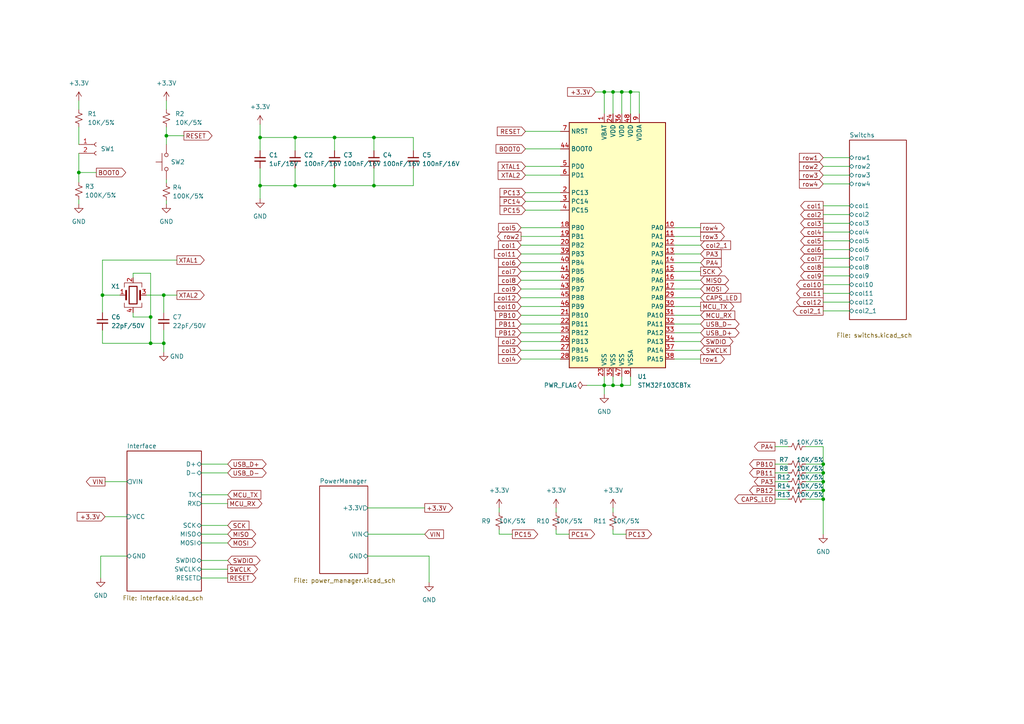
<source format=kicad_sch>
(kicad_sch (version 20230121) (generator eeschema)
  (paper "A4")
  (lib_symbols
    (symbol "Connector:Conn_01x02_Female" (pin_names (offset 1.016) hide)
      (property "Reference" "J" (at 0 2.54 0))
      (property "Value" "Conn_01x02_Female" (at 0 -5.08 0))
      (symbol "Conn_01x02_Female_1_1"
        (arc (start 0 -2.032) (mid -0.5058 -2.54) (end 0 -3.048) (stroke (width 0.1524)))
        (polyline (pts (xy -1.27 -2.54) (xy -0.508 -2.54)) (stroke (width 0.1524)))
        (polyline (pts (xy -1.27 0) (xy -0.508 0)) (stroke (width 0.1524)))
        (arc (start 0 0.508) (mid -0.5058 0) (end 0 -0.508) (stroke (width 0.1524)))
        (pin passive line (at -5.08 0 0) (length 3.81) (name "Pin_1") (number "1"))
        (pin passive line (at -5.08 -2.54 0) (length 3.81) (name "Pin_2") (number "2"))
      )
    )
    (symbol "Device:C_Small" (pin_numbers hide) (pin_names (offset 0.254) hide)
      (property "Reference" "C" (at 0.254 1.778 0))
      (property "Value" "C_Small" (at 0.254 -2.032 0))
      (symbol "C_Small_0_1"
        (polyline (pts (xy -1.524 -0.508) (xy 1.524 -0.508)) (stroke (width 0.3302)))
        (polyline (pts (xy -1.524 0.508) (xy 1.524 0.508)) (stroke (width 0.3048)))
      )
      (symbol "C_Small_1_1"
        (pin passive line (at 0 2.54 270) (length 2.032) (name "~") (number "1"))
        (pin passive line (at 0 -2.54 90) (length 2.032) (name "~") (number "2"))
      )
    )
    (symbol "Device:Crystal_GND24" (pin_names (offset 1.016) hide)
      (property "Reference" "Y" (at 3.175 5.08 0))
      (property "Value" "Crystal_GND24" (at 3.175 3.175 0))
      (symbol "Crystal_GND24_0_1"
        (rectangle (start -1.143 2.54) (end 1.143 -2.54) (stroke (width 0.3048)))
        (polyline (pts (xy -2.54 0) (xy -2.032 0)))
        (polyline (pts (xy -2.032 -1.27) (xy -2.032 1.27)) (stroke (width 0.508)))
        (polyline (pts (xy 0 -3.81) (xy 0 -3.556)))
        (polyline (pts (xy 0 3.556) (xy 0 3.81)))
        (polyline (pts (xy 2.032 -1.27) (xy 2.032 1.27)) (stroke (width 0.508)))
        (polyline (pts (xy 2.032 0) (xy 2.54 0)))
        (polyline (pts (xy -2.54 -2.286) (xy -2.54 -3.556) (xy 2.54 -3.556) (xy 2.54 -2.286)))
        (polyline (pts (xy -2.54 2.286) (xy -2.54 3.556) (xy 2.54 3.556) (xy 2.54 2.286)))
      )
      (symbol "Crystal_GND24_1_1"
        (pin passive line (at -3.81 0 0) (length 1.27) (name "1") (number "1"))
        (pin passive line (at 0 5.08 270) (length 1.27) (name "2") (number "2"))
        (pin passive line (at 3.81 0 180) (length 1.27) (name "3") (number "3"))
        (pin passive line (at 0 -5.08 90) (length 1.27) (name "4") (number "4"))
      )
    )
    (symbol "Device:R_Small_US" (pin_numbers hide) (pin_names (offset 0.254) hide)
      (property "Reference" "R" (at 0.762 0.508 0))
      (property "Value" "R_Small_US" (at 0.762 -1.016 0))
      (symbol "R_Small_US_1_1"
        (polyline (pts (xy 0 0) (xy 1.016 -0.381) (xy 0 -0.762) (xy -1.016 -1.143) (xy 0 -1.524)))
        (polyline (pts (xy 0 1.524) (xy 1.016 1.143) (xy 0 0.762) (xy -1.016 0.381) (xy 0 0)))
        (pin passive line (at 0 2.54 270) (length 1.016) (name "~") (number "1"))
        (pin passive line (at 0 -2.54 90) (length 1.016) (name "~") (number "2"))
      )
    )
    (symbol "MCU_ST_STM32F1:STM32F103CBTx"
      (property "Reference" "U" (at -15.24 36.83 0))
      (property "Value" "STM32F103CBTx" (at 7.62 36.83 0))
      (symbol "STM32F103CBTx_0_1"
        (rectangle (start -15.24 -35.56) (end 12.7 35.56) (stroke (width 0.254)) (fill (type background)))
      )
      (symbol "STM32F103CBTx_1_1"
        (pin power_in line (at -5.08 38.1 270) (length 2.54) (name "VBAT") (number "1"))
        (pin bidirectional line (at 15.24 5.08 180) (length 2.54) (name "PA0") (number "10"))
        (pin bidirectional line (at 15.24 2.54 180) (length 2.54) (name "PA1") (number "11"))
        (pin bidirectional line (at 15.24 0 180) (length 2.54) (name "PA2") (number "12"))
        (pin bidirectional line (at 15.24 -2.54 180) (length 2.54) (name "PA3") (number "13"))
        (pin bidirectional line (at 15.24 -5.08 180) (length 2.54) (name "PA4") (number "14"))
        (pin bidirectional line (at 15.24 -7.62 180) (length 2.54) (name "PA5") (number "15"))
        (pin bidirectional line (at 15.24 -10.16 180) (length 2.54) (name "PA6") (number "16"))
        (pin bidirectional line (at 15.24 -12.7 180) (length 2.54) (name "PA7") (number "17"))
        (pin bidirectional line (at -17.78 5.08 0) (length 2.54) (name "PB0") (number "18"))
        (pin bidirectional line (at -17.78 2.54 0) (length 2.54) (name "PB1") (number "19"))
        (pin bidirectional line (at -17.78 15.24 0) (length 2.54) (name "PC13") (number "2"))
        (pin bidirectional line (at -17.78 0 0) (length 2.54) (name "PB2") (number "20"))
        (pin bidirectional line (at -17.78 -20.32 0) (length 2.54) (name "PB10") (number "21"))
        (pin bidirectional line (at -17.78 -22.86 0) (length 2.54) (name "PB11") (number "22"))
        (pin power_in line (at -5.08 -38.1 90) (length 2.54) (name "VSS") (number "23"))
        (pin power_in line (at -2.54 38.1 270) (length 2.54) (name "VDD") (number "24"))
        (pin bidirectional line (at -17.78 -25.4 0) (length 2.54) (name "PB12") (number "25"))
        (pin bidirectional line (at -17.78 -27.94 0) (length 2.54) (name "PB13") (number "26"))
        (pin bidirectional line (at -17.78 -30.48 0) (length 2.54) (name "PB14") (number "27"))
        (pin bidirectional line (at -17.78 -33.02 0) (length 2.54) (name "PB15") (number "28"))
        (pin bidirectional line (at 15.24 -15.24 180) (length 2.54) (name "PA8") (number "29"))
        (pin bidirectional line (at -17.78 12.7 0) (length 2.54) (name "PC14") (number "3"))
        (pin bidirectional line (at 15.24 -17.78 180) (length 2.54) (name "PA9") (number "30"))
        (pin bidirectional line (at 15.24 -20.32 180) (length 2.54) (name "PA10") (number "31"))
        (pin bidirectional line (at 15.24 -22.86 180) (length 2.54) (name "PA11") (number "32"))
        (pin bidirectional line (at 15.24 -25.4 180) (length 2.54) (name "PA12") (number "33"))
        (pin bidirectional line (at 15.24 -27.94 180) (length 2.54) (name "PA13") (number "34"))
        (pin power_in line (at -2.54 -38.1 90) (length 2.54) (name "VSS") (number "35"))
        (pin power_in line (at 0 38.1 270) (length 2.54) (name "VDD") (number "36"))
        (pin bidirectional line (at 15.24 -30.48 180) (length 2.54) (name "PA14") (number "37"))
        (pin bidirectional line (at 15.24 -33.02 180) (length 2.54) (name "PA15") (number "38"))
        (pin bidirectional line (at -17.78 -2.54 0) (length 2.54) (name "PB3") (number "39"))
        (pin bidirectional line (at -17.78 10.16 0) (length 2.54) (name "PC15") (number "4"))
        (pin bidirectional line (at -17.78 -5.08 0) (length 2.54) (name "PB4") (number "40"))
        (pin bidirectional line (at -17.78 -7.62 0) (length 2.54) (name "PB5") (number "41"))
        (pin bidirectional line (at -17.78 -10.16 0) (length 2.54) (name "PB6") (number "42"))
        (pin bidirectional line (at -17.78 -12.7 0) (length 2.54) (name "PB7") (number "43"))
        (pin input line (at -17.78 27.94 0) (length 2.54) (name "BOOT0") (number "44"))
        (pin bidirectional line (at -17.78 -15.24 0) (length 2.54) (name "PB8") (number "45"))
        (pin bidirectional line (at -17.78 -17.78 0) (length 2.54) (name "PB9") (number "46"))
        (pin power_in line (at 0 -38.1 90) (length 2.54) (name "VSS") (number "47"))
        (pin power_in line (at 2.54 38.1 270) (length 2.54) (name "VDD") (number "48"))
        (pin input line (at -17.78 22.86 0) (length 2.54) (name "PD0") (number "5"))
        (pin input line (at -17.78 20.32 0) (length 2.54) (name "PD1") (number "6"))
        (pin input line (at -17.78 33.02 0) (length 2.54) (name "NRST") (number "7"))
        (pin power_in line (at 2.54 -38.1 90) (length 2.54) (name "VSSA") (number "8"))
        (pin power_in line (at 5.08 38.1 270) (length 2.54) (name "VDDA") (number "9"))
      )
    )
    (symbol "Switch:SW_Push" (pin_numbers hide) (pin_names (offset 1.016) hide)
      (property "Reference" "SW" (at 1.27 2.54 0))
      (property "Value" "SW_Push" (at 0 -1.524 0))
      (symbol "SW_Push_0_1"
        (circle (center -2.032 0) (radius 0.508))
        (polyline (pts (xy 0 1.27) (xy 0 3.048)))
        (polyline (pts (xy 2.54 1.27) (xy -2.54 1.27)))
        (circle (center 2.032 0) (radius 0.508))
        (pin passive line (at -5.08 0 0) (length 2.54) (name "1") (number "1"))
        (pin passive line (at 5.08 0 180) (length 2.54) (name "2") (number "2"))
      )
    )
    (symbol "power:+3.3V" (power) (pin_names (offset 0))
      (property "Value" "+3.3V" (at 0 3.556 0))
      (symbol "+3.3V_0_1"
        (polyline (pts (xy -0.762 1.27) (xy 0 2.54)))
        (polyline (pts (xy 0 0) (xy 0 2.54)))
        (polyline (pts (xy 0 2.54) (xy 0.762 1.27)))
      )
      (symbol "+3.3V_1_1"
        (pin power_in line (at 0 0 90) (length 0) hide (name "+3.3V") (number "1"))
      )
    )
    (symbol "power:GND" (power) (pin_names (offset 0))
      (property "Value" "GND" (at 0 -3.81 0))
      (symbol "GND_0_1"
        (polyline (pts (xy 0 0) (xy 0 -1.27) (xy 1.27 -1.27) (xy 0 -2.54) (xy -1.27 -1.27) (xy 0 -1.27)))
      )
      (symbol "GND_1_1"
        (pin power_in line (at 0 0 270) (length 0) hide (name "GND") (number "1"))
      )
    )
    (symbol "power:PWR_FLAG" (power) (pin_numbers hide) (pin_names (offset 0) hide)
      (property "Value" "PWR_FLAG" (at 0 3.81 0))
      (symbol "PWR_FLAG_0_0"
        (pin power_out line (at 0 0 90) (length 0) (name "pwr") (number "1"))
      )
      (symbol "PWR_FLAG_0_1"
        (polyline (pts (xy 0 0) (xy 0 1.27) (xy -1.016 1.905) (xy 0 2.54) (xy 1.016 1.905) (xy 0 1.27)))
      )
    )
  )
  (junction (at 75.438 53.848))
  (junction (at 97.028 53.848))
  (junction (at 48.26 39.37))
  (junction (at 97.028 39.878))
  (junction (at 238.76 142.24))
  (junction (at 29.718 85.598))
  (junction (at 85.598 39.878))
  (junction (at 177.8 26.67))
  (junction (at 238.76 144.78))
  (junction (at 238.76 134.62))
  (junction (at 85.598 53.848))
  (junction (at 75.438 39.878))
  (junction (at 47.498 99.568))
  (junction (at 43.688 99.568))
  (junction (at 238.76 139.7))
  (junction (at 43.688 91.948))
  (junction (at 180.34 26.67))
  (junction (at 108.458 39.878))
  (junction (at 238.76 137.16))
  (junction (at 180.34 111.76))
  (junction (at 182.88 26.67))
  (junction (at 22.86 50.038))
  (junction (at 175.26 111.76))
  (junction (at 177.8 111.76))
  (junction (at 47.498 85.598))
  (junction (at 175.26 26.67))
  (junction (at 108.458 53.848))
  (wire (pts (xy 58.42 167.64) (xy 66.04 167.64)))
  (wire (pts (xy 144.78 154.94) (xy 148.59 154.94)))
  (wire (pts (xy 85.598 53.848) (xy 75.438 53.848)))
  (wire (pts (xy 224.79 144.78) (xy 228.6 144.78)))
  (wire (pts (xy 42.418 85.598) (xy 47.498 85.598)))
  (wire (pts (xy 151.13 71.12) (xy 162.56 71.12)))
  (wire (pts (xy 108.458 53.848) (xy 97.028 53.848)))
  (wire (pts (xy 85.598 48.768) (xy 85.598 53.848)))
  (wire (pts (xy 29.718 75.438) (xy 29.718 85.598)))
  (wire (pts (xy 238.76 50.8) (xy 246.38 50.8)))
  (wire (pts (xy 144.78 153.67) (xy 144.78 154.94)))
  (wire (pts (xy 85.598 39.878) (xy 97.028 39.878)))
  (wire (pts (xy 161.29 147.32) (xy 161.29 148.59)))
  (wire (pts (xy 224.79 137.16) (xy 228.6 137.16)))
  (wire (pts (xy 177.8 26.67) (xy 177.8 33.02)))
  (wire (pts (xy 233.68 129.54) (xy 238.76 129.54)))
  (wire (pts (xy 177.8 109.22) (xy 177.8 111.76)))
  (wire (pts (xy 224.79 139.7) (xy 228.6 139.7)))
  (wire (pts (xy 151.13 68.58) (xy 162.56 68.58)))
  (wire (pts (xy 58.42 137.16) (xy 66.04 137.16)))
  (wire (pts (xy 182.88 109.22) (xy 182.88 111.76)))
  (wire (pts (xy 151.13 104.14) (xy 162.56 104.14)))
  (wire (pts (xy 238.76 59.69) (xy 246.38 59.69)))
  (wire (pts (xy 151.13 81.28) (xy 162.56 81.28)))
  (wire (pts (xy 22.86 36.83) (xy 22.86 41.91)))
  (wire (pts (xy 152.4 48.26) (xy 162.56 48.26)))
  (wire (pts (xy 58.42 152.4) (xy 66.04 152.4)))
  (wire (pts (xy 195.58 68.58) (xy 203.2 68.58)))
  (wire (pts (xy 233.68 144.78) (xy 238.76 144.78)))
  (wire (pts (xy 195.58 83.82) (xy 203.2 83.82)))
  (wire (pts (xy 224.79 134.62) (xy 228.6 134.62)))
  (wire (pts (xy 175.26 33.02) (xy 175.26 26.67)))
  (wire (pts (xy 233.68 142.24) (xy 238.76 142.24)))
  (wire (pts (xy 195.58 101.6) (xy 203.2 101.6)))
  (wire (pts (xy 58.42 146.05) (xy 66.04 146.05)))
  (wire (pts (xy 238.76 67.31) (xy 246.38 67.31)))
  (wire (pts (xy 58.42 162.56) (xy 66.04 162.56)))
  (wire (pts (xy 119.888 48.768) (xy 119.888 53.848)))
  (wire (pts (xy 224.79 142.24) (xy 228.6 142.24)))
  (wire (pts (xy 238.76 69.85) (xy 246.38 69.85)))
  (wire (pts (xy 238.76 48.26) (xy 246.38 48.26)))
  (wire (pts (xy 151.13 86.36) (xy 162.56 86.36)))
  (wire (pts (xy 238.76 90.17) (xy 246.38 90.17)))
  (wire (pts (xy 195.58 71.12) (xy 203.2 71.12)))
  (wire (pts (xy 238.76 77.47) (xy 246.38 77.47)))
  (wire (pts (xy 38.608 91.948) (xy 43.688 91.948)))
  (wire (pts (xy 151.13 101.6) (xy 162.56 101.6)))
  (wire (pts (xy 177.8 154.94) (xy 181.61 154.94)))
  (wire (pts (xy 75.438 39.878) (xy 85.598 39.878)))
  (wire (pts (xy 48.26 39.37) (xy 53.34 39.37)))
  (wire (pts (xy 177.8 111.76) (xy 180.34 111.76)))
  (wire (pts (xy 238.76 134.62) (xy 238.76 137.16)))
  (wire (pts (xy 36.83 161.29) (xy 29.21 161.29)))
  (wire (pts (xy 224.79 129.54) (xy 228.6 129.54)))
  (wire (pts (xy 97.028 48.768) (xy 97.028 53.848)))
  (wire (pts (xy 195.58 99.06) (xy 203.2 99.06)))
  (wire (pts (xy 238.76 72.39) (xy 246.38 72.39)))
  (wire (pts (xy 161.29 153.67) (xy 161.29 154.94)))
  (wire (pts (xy 195.58 86.36) (xy 203.2 86.36)))
  (wire (pts (xy 152.4 43.18) (xy 162.56 43.18)))
  (wire (pts (xy 238.76 62.23) (xy 246.38 62.23)))
  (wire (pts (xy 151.13 99.06) (xy 162.56 99.06)))
  (wire (pts (xy 238.76 144.78) (xy 238.76 154.94)))
  (wire (pts (xy 161.29 154.94) (xy 165.1 154.94)))
  (wire (pts (xy 151.13 78.74) (xy 162.56 78.74)))
  (wire (pts (xy 75.438 53.848) (xy 75.438 57.658)))
  (wire (pts (xy 58.42 157.48) (xy 66.04 157.48)))
  (wire (pts (xy 195.58 73.66) (xy 203.2 73.66)))
  (wire (pts (xy 151.13 88.9) (xy 162.56 88.9)))
  (wire (pts (xy 195.58 88.9) (xy 203.2 88.9)))
  (wire (pts (xy 97.028 53.848) (xy 85.598 53.848)))
  (wire (pts (xy 106.68 154.94) (xy 123.19 154.94)))
  (wire (pts (xy 22.86 44.45) (xy 22.86 50.038)))
  (wire (pts (xy 108.458 39.878) (xy 119.888 39.878)))
  (wire (pts (xy 152.4 60.96) (xy 162.56 60.96)))
  (wire (pts (xy 195.58 66.04) (xy 203.2 66.04)))
  (wire (pts (xy 152.4 38.1) (xy 162.56 38.1)))
  (wire (pts (xy 238.76 142.24) (xy 238.76 144.78)))
  (wire (pts (xy 38.608 91.948) (xy 38.608 90.678)))
  (wire (pts (xy 185.42 26.67) (xy 185.42 33.02)))
  (wire (pts (xy 238.76 137.16) (xy 238.76 139.7)))
  (wire (pts (xy 58.42 154.94) (xy 66.04 154.94)))
  (wire (pts (xy 108.458 48.768) (xy 108.458 53.848)))
  (wire (pts (xy 238.76 139.7) (xy 238.76 142.24)))
  (wire (pts (xy 106.68 161.29) (xy 124.46 161.29)))
  (wire (pts (xy 29.718 99.568) (xy 43.688 99.568)))
  (wire (pts (xy 195.58 76.2) (xy 203.2 76.2)))
  (wire (pts (xy 152.4 55.88) (xy 162.56 55.88)))
  (wire (pts (xy 172.72 26.67) (xy 175.26 26.67)))
  (wire (pts (xy 48.26 52.07) (xy 48.26 53.086)))
  (wire (pts (xy 182.88 26.67) (xy 182.88 33.02)))
  (wire (pts (xy 48.26 39.37) (xy 48.26 41.91)))
  (wire (pts (xy 124.46 161.29) (xy 124.46 168.91)))
  (wire (pts (xy 29.718 95.758) (xy 29.718 99.568)))
  (wire (pts (xy 151.13 96.52) (xy 162.56 96.52)))
  (wire (pts (xy 152.4 50.8) (xy 162.56 50.8)))
  (wire (pts (xy 47.498 95.758) (xy 47.498 99.568)))
  (wire (pts (xy 195.58 91.44) (xy 203.2 91.44)))
  (wire (pts (xy 144.78 147.32) (xy 144.78 148.59)))
  (wire (pts (xy 195.58 104.14) (xy 203.2 104.14)))
  (wire (pts (xy 151.13 83.82) (xy 162.56 83.82)))
  (wire (pts (xy 22.86 50.038) (xy 22.86 52.832)))
  (wire (pts (xy 22.86 29.21) (xy 22.86 31.75)))
  (wire (pts (xy 75.438 39.878) (xy 75.438 43.688)))
  (wire (pts (xy 119.888 53.848) (xy 108.458 53.848)))
  (wire (pts (xy 152.4 58.42) (xy 162.56 58.42)))
  (wire (pts (xy 48.26 29.21) (xy 48.26 31.75)))
  (wire (pts (xy 75.438 36.068) (xy 75.438 39.878)))
  (wire (pts (xy 177.8 147.32) (xy 177.8 148.59)))
  (wire (pts (xy 151.13 73.66) (xy 162.56 73.66)))
  (wire (pts (xy 195.58 93.98) (xy 203.2 93.98)))
  (wire (pts (xy 97.028 39.878) (xy 97.028 43.688)))
  (wire (pts (xy 58.42 134.62) (xy 66.04 134.62)))
  (wire (pts (xy 51.308 75.438) (xy 29.718 75.438)))
  (wire (pts (xy 30.48 139.7) (xy 36.83 139.7)))
  (wire (pts (xy 47.498 85.598) (xy 47.498 90.678)))
  (wire (pts (xy 151.13 91.44) (xy 162.56 91.44)))
  (wire (pts (xy 22.86 57.912) (xy 22.86 59.182)))
  (wire (pts (xy 238.76 82.55) (xy 246.38 82.55)))
  (wire (pts (xy 175.26 26.67) (xy 177.8 26.67)))
  (wire (pts (xy 170.18 111.76) (xy 175.26 111.76)))
  (wire (pts (xy 85.598 39.878) (xy 85.598 43.688)))
  (wire (pts (xy 106.68 147.32) (xy 123.19 147.32)))
  (wire (pts (xy 175.26 111.76) (xy 175.26 114.3)))
  (wire (pts (xy 195.58 81.28) (xy 203.2 81.28)))
  (wire (pts (xy 238.76 53.34) (xy 246.38 53.34)))
  (wire (pts (xy 175.26 109.22) (xy 175.26 111.76)))
  (wire (pts (xy 238.76 74.93) (xy 246.38 74.93)))
  (wire (pts (xy 75.438 48.768) (xy 75.438 53.848)))
  (wire (pts (xy 238.76 85.09) (xy 246.38 85.09)))
  (wire (pts (xy 238.76 45.72) (xy 246.38 45.72)))
  (wire (pts (xy 195.58 96.52) (xy 203.2 96.52)))
  (wire (pts (xy 238.76 129.54) (xy 238.76 134.62)))
  (wire (pts (xy 151.13 76.2) (xy 162.56 76.2)))
  (wire (pts (xy 43.688 99.568) (xy 47.498 99.568)))
  (wire (pts (xy 43.688 91.948) (xy 43.688 99.568)))
  (wire (pts (xy 119.888 39.878) (xy 119.888 43.688)))
  (wire (pts (xy 30.48 149.86) (xy 36.83 149.86)))
  (wire (pts (xy 182.88 26.67) (xy 185.42 26.67)))
  (wire (pts (xy 180.34 26.67) (xy 182.88 26.67)))
  (wire (pts (xy 97.028 39.878) (xy 108.458 39.878)))
  (wire (pts (xy 238.76 64.77) (xy 246.38 64.77)))
  (wire (pts (xy 38.608 79.248) (xy 43.688 79.248)))
  (wire (pts (xy 238.76 87.63) (xy 246.38 87.63)))
  (wire (pts (xy 47.498 99.568) (xy 47.498 102.108)))
  (wire (pts (xy 151.13 93.98) (xy 162.56 93.98)))
  (wire (pts (xy 180.34 109.22) (xy 180.34 111.76)))
  (wire (pts (xy 238.76 80.01) (xy 246.38 80.01)))
  (wire (pts (xy 48.26 36.83) (xy 48.26 39.37)))
  (wire (pts (xy 180.34 26.67) (xy 180.34 33.02)))
  (wire (pts (xy 58.42 165.1) (xy 66.04 165.1)))
  (wire (pts (xy 195.58 78.74) (xy 203.2 78.74)))
  (wire (pts (xy 29.21 161.29) (xy 29.21 167.64)))
  (wire (pts (xy 177.8 26.67) (xy 180.34 26.67)))
  (wire (pts (xy 233.68 137.16) (xy 238.76 137.16)))
  (wire (pts (xy 233.68 134.62) (xy 238.76 134.62)))
  (wire (pts (xy 58.42 143.51) (xy 66.04 143.51)))
  (wire (pts (xy 48.26 58.166) (xy 48.26 59.182)))
  (wire (pts (xy 151.13 66.04) (xy 162.56 66.04)))
  (wire (pts (xy 47.498 85.598) (xy 51.308 85.598)))
  (wire (pts (xy 177.8 153.67) (xy 177.8 154.94)))
  (wire (pts (xy 22.86 50.038) (xy 27.94 50.038)))
  (wire (pts (xy 177.8 111.76) (xy 175.26 111.76)))
  (wire (pts (xy 108.458 39.878) (xy 108.458 43.688)))
  (wire (pts (xy 38.608 80.518) (xy 38.608 79.248)))
  (wire (pts (xy 43.688 79.248) (xy 43.688 91.948)))
  (wire (pts (xy 34.798 85.598) (xy 29.718 85.598)))
  (wire (pts (xy 233.68 139.7) (xy 238.76 139.7)))
  (wire (pts (xy 180.34 111.76) (xy 182.88 111.76)))
  (wire (pts (xy 29.718 85.598) (xy 29.718 90.678)))
  (global_label "PB12" (shape input) (at 151.13 96.52 180) (property "Intersheetrefs" "${INTERSHEET_REFS}" (effects hide)) (property "插入圖紙頁參考" "${INTERSHEET_REFS}" (effects hide)))
  (global_label "col6" (shape output) (at 238.76 72.39 180) (property "Intersheetrefs" "${INTERSHEET_REFS}" (effects hide)) (property "插入圖紙頁參考" "${INTERSHEET_REFS}" (effects hide)))
  (global_label "col3" (shape input) (at 151.13 101.6 180) (property "Intersheetrefs" "${INTERSHEET_REFS}" (effects hide)) (property "插入圖紙頁參考" "${INTERSHEET_REFS}" (effects hide)))
  (global_label "col9" (shape input) (at 151.13 83.82 180) (property "Intersheetrefs" "${INTERSHEET_REFS}" (effects hide)) (property "插入圖紙頁參考" "${INTERSHEET_REFS}" (effects hide)))
  (global_label "col4" (shape input) (at 151.13 104.14 180) (property "Intersheetrefs" "${INTERSHEET_REFS}" (effects hide)) (property "插入圖紙頁參考" "${INTERSHEET_REFS}" (effects hide)))
  (global_label "col8" (shape input) (at 151.13 81.28 180) (property "Intersheetrefs" "${INTERSHEET_REFS}" (effects hide)) (property "插入圖紙頁參考" "${INTERSHEET_REFS}" (effects hide)))
  (global_label "col2_1" (shape output) (at 238.76 90.17 180) (property "Intersheetrefs" "${INTERSHEET_REFS}" (effects hide)) (property "插入圖紙頁參考" "${INTERSHEET_REFS}" (effects hide)))
  (global_label "RESET" (shape input) (at 152.4 38.1 180) (property "Intersheetrefs" "${INTERSHEET_REFS}" (effects hide)) (property "插入圖紙頁參考" "${INTERSHEET_REFS}" (effects hide)))
  (global_label "col1" (shape input) (at 151.13 71.12 180) (property "Intersheetrefs" "${INTERSHEET_REFS}" (effects hide)) (property "插入圖紙頁參考" "${INTERSHEET_REFS}" (effects hide)))
  (global_label "row3" (shape output) (at 203.2 68.58 0) (property "Intersheetrefs" "${INTERSHEET_REFS}" (effects hide)) (property "插入圖紙頁參考" "${INTERSHEET_REFS}" (effects hide)))
  (global_label "col9" (shape output) (at 238.76 80.01 180) (property "Intersheetrefs" "${INTERSHEET_REFS}" (effects hide)) (property "插入圖紙頁參考" "${INTERSHEET_REFS}" (effects hide)))
  (global_label "USB_D-" (shape bidirectional) (at 66.04 137.16 0) (property "Intersheetrefs" "${INTERSHEET_REFS}" (effects hide)) (property "插入圖紙頁參考" "${INTERSHEET_REFS}" (effects hide)))
  (global_label "col2" (shape input) (at 151.13 99.06 180) (property "Intersheetrefs" "${INTERSHEET_REFS}" (effects hide)) (property "插入圖紙頁參考" "${INTERSHEET_REFS}" (effects hide)))
  (global_label "+3.3V" (shape input) (at 172.72 26.67 180) (property "Intersheetrefs" "${INTERSHEET_REFS}" (effects hide)) (property "插入圖紙頁參考" "${INTERSHEET_REFS}" (effects hide)))
  (global_label "+3.3V" (shape input) (at 30.48 149.86 180) (property "Intersheetrefs" "${INTERSHEET_REFS}" (effects hide)) (property "插入圖紙頁參考" "${INTERSHEET_REFS}" (effects hide)))
  (global_label "PB11" (shape input) (at 151.13 93.98 180) (property "Intersheetrefs" "${INTERSHEET_REFS}" (effects hide)) (property "插入圖紙頁參考" "${INTERSHEET_REFS}" (effects hide)))
  (global_label "XTAL1" (shape output) (at 51.308 75.438 0) (property "Intersheetrefs" "${INTERSHEET_REFS}" (effects hide)) (property "插入圖紙頁參考" "${INTERSHEET_REFS}" (effects hide)))
  (global_label "col12" (shape input) (at 151.13 86.36 180) (property "Intersheetrefs" "${INTERSHEET_REFS}" (effects hide)) (property "插入圖紙頁參考" "${INTERSHEET_REFS}" (effects hide)))
  (global_label "CAPS_LED" (shape output) (at 224.79 144.78 180) (property "Intersheetrefs" "${INTERSHEET_REFS}" (effects hide)) (property "插入圖紙頁參考" "${INTERSHEET_REFS}" (effects hide)))
  (global_label "row2" (shape input) (at 238.76 48.26 180) (property "Intersheetrefs" "${INTERSHEET_REFS}" (effects hide)) (property "插入圖紙頁參考" "${INTERSHEET_REFS}" (effects hide)))
  (global_label "XTAL2" (shape input) (at 152.4 50.8 180) (property "Intersheetrefs" "${INTERSHEET_REFS}" (effects hide)) (property "插入圖紙頁參考" "${INTERSHEET_REFS}" (effects hide)))
  (global_label "MCU_RX" (shape input) (at 203.2 91.44 0) (property "Intersheetrefs" "${INTERSHEET_REFS}" (effects hide)) (property "插入圖紙頁參考" "${INTERSHEET_REFS}" (effects hide)))
  (global_label "PC15" (shape input) (at 152.4 60.96 180) (property "Intersheetrefs" "${INTERSHEET_REFS}" (effects hide)) (property "插入圖紙頁參考" "${INTERSHEET_REFS}" (effects hide)))
  (global_label "SCK" (shape input) (at 66.04 152.4 0) (property "Intersheetrefs" "${INTERSHEET_REFS}" (effects hide)) (property "插入圖紙頁參考" "${INTERSHEET_REFS}" (effects hide)))
  (global_label "col2" (shape output) (at 238.76 62.23 180) (property "Intersheetrefs" "${INTERSHEET_REFS}" (effects hide)) (property "插入圖紙頁參考" "${INTERSHEET_REFS}" (effects hide)))
  (global_label "PB10" (shape input) (at 151.13 91.44 180) (property "Intersheetrefs" "${INTERSHEET_REFS}" (effects hide)) (property "插入圖紙頁參考" "${INTERSHEET_REFS}" (effects hide)))
  (global_label "USB_D+" (shape bidirectional) (at 203.2 96.52 0) (property "Intersheetrefs" "${INTERSHEET_REFS}" (effects hide)) (property "插入圖紙頁參考" "${INTERSHEET_REFS}" (effects hide)))
  (global_label "CAPS_LED" (shape input) (at 203.2 86.36 0) (property "Intersheetrefs" "${INTERSHEET_REFS}" (effects hide)) (property "插入圖紙頁參考" "${INTERSHEET_REFS}" (effects hide)))
  (global_label "RESET" (shape output) (at 66.04 167.64 0) (property "Intersheetrefs" "${INTERSHEET_REFS}" (effects hide)) (property "插入圖紙頁參考" "${INTERSHEET_REFS}" (effects hide)))
  (global_label "PA4" (shape output) (at 224.79 129.54 180) (property "Intersheetrefs" "${INTERSHEET_REFS}" (effects hide)) (property "插入圖紙頁參考" "${INTERSHEET_REFS}" (effects hide)))
  (global_label "MISO" (shape bidirectional) (at 203.2 81.28 0) (property "Intersheetrefs" "${INTERSHEET_REFS}" (effects hide)) (property "插入圖紙頁參考" "${INTERSHEET_REFS}" (effects hide)))
  (global_label "col7" (shape output) (at 238.76 74.93 180) (property "Intersheetrefs" "${INTERSHEET_REFS}" (effects hide)) (property "插入圖紙頁參考" "${INTERSHEET_REFS}" (effects hide)))
  (global_label "BOOT0" (shape input) (at 152.4 43.18 180) (property "Intersheetrefs" "${INTERSHEET_REFS}" (effects hide)) (property "插入圖紙頁參考" "${INTERSHEET_REFS}" (effects hide)))
  (global_label "col11" (shape input) (at 151.13 73.66 180) (property "Intersheetrefs" "${INTERSHEET_REFS}" (effects hide)) (property "插入圖紙頁參考" "${INTERSHEET_REFS}" (effects hide)))
  (global_label "USB_D-" (shape bidirectional) (at 203.2 93.98 0) (property "Intersheetrefs" "${INTERSHEET_REFS}" (effects hide)) (property "插入圖紙頁參考" "${INTERSHEET_REFS}" (effects hide)))
  (global_label "row4" (shape output) (at 203.2 66.04 0) (property "Intersheetrefs" "${INTERSHEET_REFS}" (effects hide)) (property "插入圖紙頁參考" "${INTERSHEET_REFS}" (effects hide)))
  (global_label "col11" (shape output) (at 238.76 85.09 180) (property "Intersheetrefs" "${INTERSHEET_REFS}" (effects hide)) (property "插入圖紙頁參考" "${INTERSHEET_REFS}" (effects hide)))
  (global_label "row4" (shape input) (at 238.76 53.34 180) (property "Intersheetrefs" "${INTERSHEET_REFS}" (effects hide)) (property "插入圖紙頁參考" "${INTERSHEET_REFS}" (effects hide)))
  (global_label "PC14" (shape input) (at 152.4 58.42 180) (property "Intersheetrefs" "${INTERSHEET_REFS}" (effects hide)) (property "插入圖紙頁參考" "${INTERSHEET_REFS}" (effects hide)))
  (global_label "PA3" (shape input) (at 203.2 73.66 0) (property "Intersheetrefs" "${INTERSHEET_REFS}" (effects hide)) (property "插入圖紙頁參考" "${INTERSHEET_REFS}" (effects hide)))
  (global_label "col5" (shape input) (at 151.13 66.04 180) (property "Intersheetrefs" "${INTERSHEET_REFS}" (effects hide)) (property "插入圖紙頁參考" "${INTERSHEET_REFS}" (effects hide)))
  (global_label "SWCLK" (shape output) (at 66.04 165.1 0) (property "Intersheetrefs" "${INTERSHEET_REFS}" (effects hide)) (property "插入圖紙頁參考" "${INTERSHEET_REFS}" (effects hide)))
  (global_label "col6" (shape input) (at 151.13 76.2 180) (property "Intersheetrefs" "${INTERSHEET_REFS}" (effects hide)) (property "插入圖紙頁參考" "${INTERSHEET_REFS}" (effects hide)))
  (global_label "row1" (shape output) (at 203.2 104.14 0) (property "Intersheetrefs" "${INTERSHEET_REFS}" (effects hide)) (property "插入圖紙頁參考" "${INTERSHEET_REFS}" (effects hide)))
  (global_label "RESET" (shape output) (at 53.34 39.37 0) (property "Intersheetrefs" "${INTERSHEET_REFS}" (effects hide)) (property "插入圖紙頁參考" "${INTERSHEET_REFS}" (effects hide)))
  (global_label "MISO" (shape bidirectional) (at 66.04 154.94 0) (property "Intersheetrefs" "${INTERSHEET_REFS}" (effects hide)) (property "插入圖紙頁參考" "${INTERSHEET_REFS}" (effects hide)))
  (global_label "col10" (shape input) (at 151.13 88.9 180) (property "Intersheetrefs" "${INTERSHEET_REFS}" (effects hide)) (property "插入圖紙頁參考" "${INTERSHEET_REFS}" (effects hide)))
  (global_label "PB11" (shape output) (at 224.79 137.16 180) (property "Intersheetrefs" "${INTERSHEET_REFS}" (effects hide)) (property "插入圖紙頁參考" "${INTERSHEET_REFS}" (effects hide)))
  (global_label "BOOT0" (shape output) (at 27.94 50.038 0) (property "Intersheetrefs" "${INTERSHEET_REFS}" (effects hide)) (property "插入圖紙頁參考" "${INTERSHEET_REFS}" (effects hide)))
  (global_label "col7" (shape input) (at 151.13 78.74 180) (property "Intersheetrefs" "${INTERSHEET_REFS}" (effects hide)) (property "插入圖紙頁參考" "${INTERSHEET_REFS}" (effects hide)))
  (global_label "col3" (shape output) (at 238.76 64.77 180) (property "Intersheetrefs" "${INTERSHEET_REFS}" (effects hide)) (property "插入圖紙頁參考" "${INTERSHEET_REFS}" (effects hide)))
  (global_label "row1" (shape input) (at 238.76 45.72 180) (property "Intersheetrefs" "${INTERSHEET_REFS}" (effects hide)) (property "插入圖紙頁參考" "${INTERSHEET_REFS}" (effects hide)))
  (global_label "SWDIO" (shape bidirectional) (at 66.04 162.56 0) (property "Intersheetrefs" "${INTERSHEET_REFS}" (effects hide)) (property "插入圖紙頁參考" "${INTERSHEET_REFS}" (effects hide)))
  (global_label "col4" (shape output) (at 238.76 67.31 180) (property "Intersheetrefs" "${INTERSHEET_REFS}" (effects hide)) (property "插入圖紙頁參考" "${INTERSHEET_REFS}" (effects hide)))
  (global_label "col12" (shape output) (at 238.76 87.63 180) (property "Intersheetrefs" "${INTERSHEET_REFS}" (effects hide)) (property "插入圖紙頁參考" "${INTERSHEET_REFS}" (effects hide)))
  (global_label "PB12" (shape output) (at 224.79 142.24 180) (property "Intersheetrefs" "${INTERSHEET_REFS}" (effects hide)) (property "插入圖紙頁參考" "${INTERSHEET_REFS}" (effects hide)))
  (global_label "col5" (shape output) (at 238.76 69.85 180) (property "Intersheetrefs" "${INTERSHEET_REFS}" (effects hide)) (property "插入圖紙頁參考" "${INTERSHEET_REFS}" (effects hide)))
  (global_label "PC15" (shape output) (at 148.59 154.94 0) (property "Intersheetrefs" "${INTERSHEET_REFS}" (effects hide)) (property "插入圖紙頁參考" "${INTERSHEET_REFS}" (effects hide)))
  (global_label "PA3" (shape output) (at 224.79 139.7 180) (property "Intersheetrefs" "${INTERSHEET_REFS}" (effects hide)) (property "插入圖紙頁參考" "${INTERSHEET_REFS}" (effects hide)))
  (global_label "XTAL2" (shape output) (at 51.308 85.598 0) (property "Intersheetrefs" "${INTERSHEET_REFS}" (effects hide)) (property "插入圖紙頁參考" "${INTERSHEET_REFS}" (effects hide)))
  (global_label "col1" (shape output) (at 238.76 59.69 180) (property "Intersheetrefs" "${INTERSHEET_REFS}" (effects hide)) (property "插入圖紙頁參考" "${INTERSHEET_REFS}" (effects hide)))
  (global_label "PA4" (shape input) (at 203.2 76.2 0) (property "Intersheetrefs" "${INTERSHEET_REFS}" (effects hide)) (property "插入圖紙頁參考" "${INTERSHEET_REFS}" (effects hide)))
  (global_label "PC14" (shape output) (at 165.1 154.94 0) (property "Intersheetrefs" "${INTERSHEET_REFS}" (effects hide)) (property "插入圖紙頁參考" "${INTERSHEET_REFS}" (effects hide)))
  (global_label "SWCLK" (shape input) (at 203.2 101.6 0) (property "Intersheetrefs" "${INTERSHEET_REFS}" (effects hide)) (property "插入圖紙頁參考" "${INTERSHEET_REFS}" (effects hide)))
  (global_label "col10" (shape output) (at 238.76 82.55 180) (property "Intersheetrefs" "${INTERSHEET_REFS}" (effects hide)) (property "插入圖紙頁參考" "${INTERSHEET_REFS}" (effects hide)))
  (global_label "row2" (shape output) (at 151.13 68.58 180) (property "Intersheetrefs" "${INTERSHEET_REFS}" (effects hide)) (property "插入圖紙頁參考" "${INTERSHEET_REFS}" (effects hide)))
  (global_label "MOSI" (shape bidirectional) (at 66.04 157.48 0) (property "Intersheetrefs" "${INTERSHEET_REFS}" (effects hide)) (property "插入圖紙頁參考" "${INTERSHEET_REFS}" (effects hide)))
  (global_label "SWDIO" (shape bidirectional) (at 203.2 99.06 0) (property "Intersheetrefs" "${INTERSHEET_REFS}" (effects hide)) (property "插入圖紙頁參考" "${INTERSHEET_REFS}" (effects hide)))
  (global_label "XTAL1" (shape input) (at 152.4 48.26 180) (property "Intersheetrefs" "${INTERSHEET_REFS}" (effects hide)) (property "插入圖紙頁參考" "${INTERSHEET_REFS}" (effects hide)))
  (global_label "MCU_TX" (shape input) (at 66.04 143.51 0) (property "Intersheetrefs" "${INTERSHEET_REFS}" (effects hide)) (property "插入圖紙頁參考" "${INTERSHEET_REFS}" (effects hide)))
  (global_label "MCU_RX" (shape output) (at 66.04 146.05 0) (property "Intersheetrefs" "${INTERSHEET_REFS}" (effects hide)) (property "插入圖紙頁參考" "${INTERSHEET_REFS}" (effects hide)))
  (global_label "SCK" (shape output) (at 203.2 78.74 0) (property "Intersheetrefs" "${INTERSHEET_REFS}" (effects hide)) (property "插入圖紙頁參考" "${INTERSHEET_REFS}" (effects hide)))
  (global_label "MCU_TX" (shape output) (at 203.2 88.9 0) (property "Intersheetrefs" "${INTERSHEET_REFS}" (effects hide)) (property "插入圖紙頁參考" "${INTERSHEET_REFS}" (effects hide)))
  (global_label "col2_1" (shape input) (at 203.2 71.12 0) (property "Intersheetrefs" "${INTERSHEET_REFS}" (effects hide)) (property "插入圖紙頁參考" "${INTERSHEET_REFS}" (effects hide)))
  (global_label "USB_D+" (shape bidirectional) (at 66.04 134.62 0) (property "Intersheetrefs" "${INTERSHEET_REFS}" (effects hide)) (property "插入圖紙頁參考" "${INTERSHEET_REFS}" (effects hide)))
  (global_label "PB10" (shape output) (at 224.79 134.62 180) (property "Intersheetrefs" "${INTERSHEET_REFS}" (effects hide)) (property "插入圖紙頁參考" "${INTERSHEET_REFS}" (effects hide)))
  (global_label "MOSI" (shape bidirectional) (at 203.2 83.82 0) (property "Intersheetrefs" "${INTERSHEET_REFS}" (effects hide)) (property "插入圖紙頁參考" "${INTERSHEET_REFS}" (effects hide)))
  (global_label "+3.3V" (shape output) (at 123.19 147.32 0) (property "Intersheetrefs" "${INTERSHEET_REFS}" (effects hide)) (property "插入圖紙頁參考" "${INTERSHEET_REFS}" (effects hide)))
  (global_label "PC13" (shape input) (at 152.4 55.88 180) (property "Intersheetrefs" "${INTERSHEET_REFS}" (effects hide)) (property "插入圖紙頁參考" "${INTERSHEET_REFS}" (effects hide)))
  (global_label "VIN" (shape input) (at 123.19 154.94 0) (property "Intersheetrefs" "${INTERSHEET_REFS}" (effects hide)) (property "插入圖紙頁參考" "${INTERSHEET_REFS}" (effects hide)))
  (global_label "VIN" (shape output) (at 30.48 139.7 180) (property "Intersheetrefs" "${INTERSHEET_REFS}" (effects hide)) (property "插入圖紙頁參考" "${INTERSHEET_REFS}" (effects hide)))
  (global_label "row3" (shape input) (at 238.76 50.8 180) (property "Intersheetrefs" "${INTERSHEET_REFS}" (effects hide)) (property "插入圖紙頁參考" "${INTERSHEET_REFS}" (effects hide)))
  (global_label "col8" (shape output) (at 238.76 77.47 180) (property "Intersheetrefs" "${INTERSHEET_REFS}" (effects hide)) (property "插入圖紙頁參考" "${INTERSHEET_REFS}" (effects hide)))
  (global_label "PC13" (shape output) (at 181.61 154.94 0) (property "Intersheetrefs" "${INTERSHEET_REFS}" (effects hide)) (property "插入圖紙頁參考" "${INTERSHEET_REFS}" (effects hide)))
  (symbol (lib_id "Device:R_Small_US") (at 48.26 55.626 0) (unit 1)
    (property "Reference" "R4" (at 50.038 54.3559 0) (effects (justify left)))
    (property "Value" "100K/5%" (at 50.038 56.8959 0) (effects (justify left)))
    (property "Footprint" "Resistor_SMD:R_0603_1608Metric" (effects hide))
  )
  (symbol (lib_id "Device:C_Small") (at 97.028 46.228 0) (unit 1)
    (property "Reference" "C3" (at 99.568 44.9642 0) (effects (justify left)))
    (property "Value" "100nF/16V" (at 99.568 47.5042 0) (effects (justify left)))
    (property "Footprint" "Capacitor_SMD:C_0603_1608Metric" (effects hide))
  )
  (symbol (lib_id "Device:R_Small_US") (at 231.14 134.62 270) (unit 1)
    (property "Reference" "R7" (at 227.33 133.35 90))
    (property "Value" "10K/5%" (at 234.95 133.35 90))
    (property "Footprint" "Resistor_SMD:R_0603_1608Metric" (effects hide))
  )
  (symbol (lib_id "Device:C_Small") (at 29.718 93.218 0) (unit 1)
    (property "Reference" "C6" (at 32.258 91.9542 0) (effects (justify left)))
    (property "Value" "22pF/50V" (at 32.258 94.4942 0) (effects (justify left)))
    (property "Footprint" "Capacitor_SMD:C_0603_1608Metric" (effects hide))
  )
  (symbol (lib_id "power:GND") (at 124.46 168.91 0) (unit 1)
    (property "Reference" "#PWR015" (effects hide))
    (property "Value" "GND" (at 124.46 173.99 0))
  )
  (symbol (lib_id "Device:R_Small_US") (at 231.14 129.54 270) (unit 1)
    (property "Reference" "R5" (at 227.33 128.27 90))
    (property "Value" "10K/5%" (at 234.95 128.27 90))
    (property "Footprint" "Resistor_SMD:R_0603_1608Metric" (effects hide))
  )
  (symbol (lib_id "Device:R_Small_US") (at 231.14 142.24 270) (unit 1)
    (property "Reference" "R14" (at 227.33 140.97 90))
    (property "Value" "10K/5%" (at 234.95 140.97 90))
    (property "Footprint" "Resistor_SMD:R_0603_1608Metric" (effects hide))
  )
  (symbol (lib_id "Device:R_Small_US") (at 144.78 151.13 0) (unit 1)
    (property "Reference" "R9" (at 140.97 151.13 0))
    (property "Value" "10K/5%" (at 148.59 151.13 0))
    (property "Footprint" "Resistor_SMD:R_0603_1608Metric" (effects hide))
  )
  (symbol (lib_id "power:+3.3V") (at 22.86 29.21 0) (unit 1)
    (property "Reference" "#PWR01" (effects hide))
    (property "Value" "+3.3V" (at 22.86 24.13 0))
  )
  (symbol (lib_id "power:+3.3V") (at 161.29 147.32 0) (unit 1)
    (property "Reference" "#PWR011" (effects hide))
    (property "Value" "+3.3V" (at 161.29 142.24 0))
  )
  (symbol (lib_id "Device:C_Small") (at 85.598 46.228 0) (unit 1)
    (property "Reference" "C2" (at 88.138 44.9642 0) (effects (justify left)))
    (property "Value" "100nF/16V" (at 88.138 47.5042 0) (effects (justify left)))
    (property "Footprint" "Capacitor_SMD:C_0603_1608Metric" (effects hide))
  )
  (symbol (lib_id "power:+3.3V") (at 177.8 147.32 0) (unit 1)
    (property "Reference" "#PWR012" (effects hide))
    (property "Value" "+3.3V" (at 177.8 142.24 0))
  )
  (symbol (lib_id "Device:R_Small_US") (at 22.86 55.372 0) (unit 1)
    (property "Reference" "R3" (at 24.638 54.1019 0) (effects (justify left)))
    (property "Value" "100K/5%" (at 24.638 56.6419 0) (effects (justify left)))
    (property "Footprint" "Resistor_SMD:R_0603_1608Metric" (effects hide))
  )
  (symbol (lib_id "Device:R_Small_US") (at 231.14 144.78 270) (unit 1)
    (property "Reference" "R13" (at 227.33 143.51 90))
    (property "Value" "10K/5%" (at 234.95 143.51 90))
    (property "Footprint" "Resistor_SMD:R_0603_1608Metric" (effects hide))
  )
  (symbol (lib_id "power:GND") (at 47.498 102.108 0) (unit 1)
    (property "Reference" "#PWR07" (effects hide))
    (property "Value" "GND" (at 51.308 103.378 0))
  )
  (symbol (lib_id "Device:R_Small_US") (at 177.8 151.13 0) (unit 1)
    (property "Reference" "R11" (at 173.99 151.13 0))
    (property "Value" "10K/5%" (at 181.61 151.13 0))
    (property "Footprint" "Resistor_SMD:R_0603_1608Metric" (effects hide))
  )
  (symbol (lib_id "power:GND") (at 175.26 114.3 0) (unit 1)
    (property "Reference" "#PWR08" (effects hide))
    (property "Value" "GND" (at 175.26 119.38 0))
  )
  (symbol (lib_id "power:GND") (at 22.86 59.182 0) (unit 1)
    (property "Reference" "#PWR05" (effects hide))
    (property "Value" "GND" (at 22.86 64.262 0))
  )
  (symbol (lib_id "MCU_ST_STM32F1:STM32F103CBTx") (at 180.34 71.12 0) (unit 1)
    (property "Reference" "U1" (at 184.8994 109.22 0) (effects (justify left)))
    (property "Value" "STM32F103CBTx" (at 184.8994 111.76 0) (effects (justify left)))
    (property "Footprint" "Package_QFP:LQFP-48_7x7mm_P0.5mm" (effects hide))
    (property "Datasheet" "http://www.st.com/st-web-ui/static/active/en/resource/technical/document/datasheet/CD00161566.pdf" (effects hide))
  )
  (symbol (lib_id "Device:R_Small_US") (at 48.26 34.29 0) (unit 1)
    (property "Reference" "R2" (at 50.8 33.0199 0) (effects (justify left)))
    (property "Value" "10K/5%" (at 50.8 35.5599 0) (effects (justify left)))
    (property "Footprint" "Resistor_SMD:R_0603_1608Metric" (effects hide))
  )
  (symbol (lib_id "Switch:SW_Push") (at 48.26 46.99 90) (unit 1)
    (property "Reference" "SW2" (at 49.53 46.99 90) (effects (justify right)))
    (property "Value" "SW_Push" (effects hide))
    (property "Footprint" "Button_Switch_SMD:SW_Push_1P1T_NO_CK_KSC6xxJ" (effects hide))
  )
  (symbol (lib_id "Device:R_Small_US") (at 231.14 139.7 270) (unit 1)
    (property "Reference" "R12" (at 227.33 138.43 90))
    (property "Value" "10K/5%" (at 234.95 138.43 90))
    (property "Footprint" "Resistor_SMD:R_0603_1608Metric" (effects hide))
  )
  (symbol (lib_id "power:PWR_FLAG") (at 170.18 111.76 90) (unit 1)
    (property "Reference" "#FLG01" (effects hide))
    (property "Value" "PWR_FLAG" (at 162.56 111.76 90))
  )
  (symbol (lib_id "power:GND") (at 29.21 167.64 0) (unit 1)
    (property "Reference" "#PWR014" (effects hide))
    (property "Value" "GND" (at 29.21 172.72 0))
  )
  (symbol (lib_id "Device:C_Small") (at 75.438 46.228 0) (unit 1)
    (property "Reference" "C1" (at 77.978 44.9642 0) (effects (justify left)))
    (property "Value" "1uF/16V" (at 77.978 47.5042 0) (effects (justify left)))
    (property "Footprint" "Capacitor_SMD:C_0603_1608Metric" (effects hide))
  )
  (symbol (lib_id "power:GND") (at 75.438 57.658 0) (unit 1)
    (property "Reference" "#PWR04" (effects hide))
    (property "Value" "GND" (at 75.438 62.738 0))
  )
  (symbol (lib_id "Device:R_Small_US") (at 231.14 137.16 270) (unit 1)
    (property "Reference" "R8" (at 227.33 135.89 90))
    (property "Value" "10K/5%" (at 234.95 135.89 90))
    (property "Footprint" "Resistor_SMD:R_0603_1608Metric" (effects hide))
  )
  (symbol (lib_id "Device:Crystal_GND24") (at 38.608 85.598 0) (unit 1)
    (property "Reference" "X1" (at 33.528 83.058 0))
    (property "Value" "Crystal_GND24" (effects hide))
    (property "Footprint" "Crystal:Crystal_SMD_TXC_7M-4Pin_3.2x2.5mm" (effects hide))
  )
  (symbol (lib_id "Device:C_Small") (at 47.498 93.218 0) (unit 1)
    (property "Reference" "C7" (at 50.038 91.9542 0) (effects (justify left)))
    (property "Value" "22pF/50V" (at 50.038 94.4942 0) (effects (justify left)))
    (property "Footprint" "Capacitor_SMD:C_0603_1608Metric" (effects hide))
  )
  (symbol (lib_id "Device:C_Small") (at 119.888 46.228 0) (unit 1)
    (property "Reference" "C5" (at 122.428 44.9642 0) (effects (justify left)))
    (property "Value" "100nF/16V" (at 122.428 47.5042 0) (effects (justify left)))
    (property "Footprint" "Capacitor_SMD:C_0603_1608Metric" (effects hide))
  )
  (symbol (lib_id "power:+3.3V") (at 144.78 147.32 0) (unit 1)
    (property "Reference" "#PWR010" (effects hide))
    (property "Value" "+3.3V" (at 144.78 142.24 0))
  )
  (symbol (lib_id "power:+3.3V") (at 48.26 29.21 0) (unit 1)
    (property "Reference" "#PWR02" (effects hide))
    (property "Value" "+3.3V" (at 48.26 24.13 0))
  )
  (symbol (lib_id "power:GND") (at 48.26 59.182 0) (unit 1)
    (property "Reference" "#PWR06" (effects hide))
    (property "Value" "GND" (at 48.26 64.262 0))
  )
  (symbol (lib_id "power:+3.3V") (at 75.438 36.068 0) (unit 1)
    (property "Reference" "#PWR03" (effects hide))
    (property "Value" "+3.3V" (at 75.438 30.988 0))
  )
  (symbol (lib_id "Connector:Conn_01x02_Female") (at 27.94 41.91 0) (unit 1)
    (property "Reference" "SW1" (at 29.21 43.18 0) (effects (justify left)))
    (property "Value" "Conn_01x02_Female" (effects hide))
    (property "Footprint" "Connector_PinHeader_2.00mm:PinHeader_1x02_P2.00mm_Vertical" (effects hide))
  )
  (symbol (lib_id "Device:R_Small_US") (at 22.86 34.29 0) (unit 1)
    (property "Reference" "R1" (at 25.4 33.0199 0) (effects (justify left)))
    (property "Value" "10K/5%" (at 25.4 35.5599 0) (effects (justify left)))
    (property "Footprint" "Resistor_SMD:R_0603_1608Metric" (effects hide))
  )
  (symbol (lib_id "power:GND") (at 238.76 154.94 0) (unit 1)
    (property "Reference" "#PWR013" (effects hide))
    (property "Value" "GND" (at 238.76 160.02 0))
  )
  (symbol (lib_id "Device:R_Small_US") (at 161.29 151.13 0) (unit 1)
    (property "Reference" "R10" (at 157.48 151.13 0))
    (property "Value" "10K/5%" (at 165.1 151.13 0))
    (property "Footprint" "Resistor_SMD:R_0603_1608Metric" (effects hide))
  )
  (symbol (lib_id "Device:C_Small") (at 108.458 46.228 0) (unit 1)
    (property "Reference" "C4" (at 110.998 44.9642 0) (effects (justify left)))
    (property "Value" "100nF/16V" (at 110.998 47.5042 0) (effects (justify left)))
    (property "Footprint" "Capacitor_SMD:C_0603_1608Metric" (effects hide))
  )
  (sheet (at 36.83 130.81) (size 21.59 40.64) (stroke (width 0.1524))
    (property "Sheetname" "Interface" (at 36.83 130.0984 0) (effects (justify left bottom)))
    (property "Sheetfile" "interface.kicad_sch" (at 35.56 172.72 0) (effects (justify left top)))
    (pin "D-" bidirectional (at 58.42 137.16 0))
    (pin "VIN" output (at 36.83 139.7 180))
    (pin "GND" bidirectional (at 36.83 161.29 180))
    (pin "SWDIO" bidirectional (at 58.42 162.56 0))
    (pin "SWCLK" bidirectional (at 58.42 165.1 0))
    (pin "RESET" output (at 58.42 167.64 0))
    (pin "TX" input (at 58.42 143.51 0))
    (pin "RX" output (at 58.42 146.05 0))
    (pin "VCC" input (at 36.83 149.86 180))
    (pin "D+" bidirectional (at 58.42 134.62 0))
    (pin "MOSI" bidirectional (at 58.42 157.48 0))
    (pin "SCK" bidirectional (at 58.42 152.4 0))
    (pin "MISO" bidirectional (at 58.42 154.94 0))
  )
  (sheet (at 92.71 140.97) (size 13.97 25.4) (stroke (width 0.1524))
    (property "Sheetname" "PowerManager" (at 92.71 140.2584 0) (effects (justify left bottom)))
    (property "Sheetfile" "power_manager.kicad_sch" (at 85.09 167.64 0) (effects (justify left top)))
    (pin "+3.3V" output (at 106.68 147.32 0))
    (pin "VIN" input (at 106.68 154.94 0))
    (pin "GND" bidirectional (at 106.68 161.29 0))
  )
  (sheet (at 246.38 40.64) (size 16.51 52.07) (stroke (width 0.1524))
    (property "Sheetname" "Switchs" (at 246.38 39.9284 0) (effects (justify left bottom)))
    (property "Sheetfile" "switchs.kicad_sch" (at 242.57 96.52 0) (effects (justify left top)))
    (pin "row4" bidirectional (at 246.38 53.34 180))
    (pin "row3" bidirectional (at 246.38 50.8 180))
    (pin "col8" bidirectional (at 246.38 77.47 180))
    (pin "col9" bidirectional (at 246.38 80.01 180))
    (pin "col7" bidirectional (at 246.38 74.93 180))
    (pin "col11" bidirectional (at 246.38 85.09 180))
    (pin "col10" bidirectional (at 246.38 82.55 180))
    (pin "col12" bidirectional (at 246.38 87.63 180))
    (pin "row2" bidirectional (at 246.38 48.26 180))
    (pin "col6" bidirectional (at 246.38 72.39 180))
    (pin "col5" bidirectional (at 246.38 69.85 180))
    (pin "col1" bidirectional (at 246.38 59.69 180))
    (pin "col2" bidirectional (at 246.38 62.23 180))
    (pin "row1" bidirectional (at 246.38 45.72 180))
    (pin "col3" bidirectional (at 246.38 64.77 180))
    (pin "col4" bidirectional (at 246.38 67.31 180))
    (pin "col2_1" bidirectional (at 246.38 90.17 180))
  )
)
</source>
